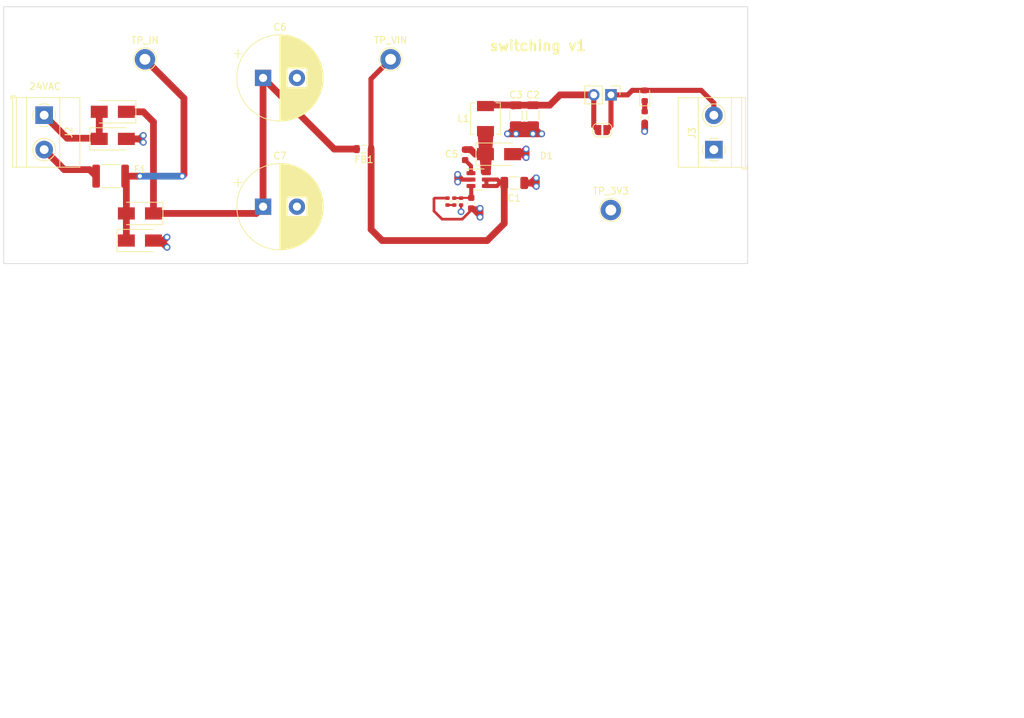
<source format=kicad_pcb>
(kicad_pcb (version 20211014) (generator pcbnew)
  (layers (0 "F.Cu" signal) (1 "In1.Cu" power) (2 "In2.Cu" power) (31 "B.Cu" signal) (34 "B.Paste" user) (35 "F.Paste" user) (36 "B.SilkS" user "B.Silkscreen") (37 "F.SilkS" user "F.Silkscreen") (38 "B.Mask" user) (39 "F.Mask" user) (44 "Edge.Cuts" user))
  (net 0 "")
  (net 1 "GND")
  (net 2 "Net-(C6-Pad1)")
  (net 3 "Net-(D2-Pad1)")
  (net 4 "Net-(D4-Pad1)")
  (net 5 "Net-(D6-Pad1)")
  (net 6 "+3.3V")
  (net 7 "Net-(F1-Pad1)")
  (net 8 "Net-(R11-Pad1)")
  (net 9 "/FB")
  (net 10 "/BST")
  (net 11 "/LX")
  (net 12 "Net-(C1-Pad1)")
  (net 13 "Net-(J1-Pad1)")
  (footprint "MountingHole:MountingHole_3.2mm_M3" (layer "F.Cu") (at 131 51)
    (fp_text reference "H4" hide)
    (fp_text value "MountingHole")
    (pad "" np_thru_hole circle (at 0 0) (size 3.2 3.2) (drill 3.2) (layers *.Cu *.Mask))
  )
  (footprint "Capacitor_SMD:C_1206_3216Metric" (layer "F.Cu") (at 101.75 73)
    (fp_text reference "C1" (at 0 2.25) (layer "F.SilkS"))
    (fp_text value "10u")
    (pad "1" smd roundrect (at -1.475 0) (size 1.15 1.8) (layers "F.Cu" "F.Paste" "F.Mask") (roundrect_rratio 0.217391) (net 12 "Net-(C1-Pad1)"))
    (pad "2" smd roundrect (at 1.475 0) (size 1.15 1.8) (layers "F.Cu" "F.Paste" "F.Mask") (roundrect_rratio 0.217391) (net 1 "GND"))
  )
  (footprint "TestPoint:TestPoint_Loop_D2.60mm_Drill1.6mm_Beaded" (layer "F.Cu") (at 83.5 54.75)
    (fp_text reference "TP3" hide)
    (fp_text value "TP_VIN" (at 0 -2.8) (layer "F.SilkS"))
    (pad "1" thru_hole circle (at 0 0) (size 3 3) (drill 1.6) (layers *.Cu *.Mask) (net 12 "Net-(C1-Pad1)"))
  )
  (footprint "Resistor_SMD:R_0402_1005Metric" (layer "F.Cu") (at 91.9 75.75 90)
    (fp_text reference "R11" hide)
    (fp_text value "100")
    (pad "1" smd roundrect (at -0.51 0 90) (size 0.54 0.64) (layers "F.Cu" "F.Paste" "F.Mask") (net 8 "Net-(R11-Pad1)"))
    (pad "2" smd roundrect (at 0.51 0 90) (size 0.54 0.64) (layers "F.Cu" "F.Paste" "F.Mask") (net 6 "+3.3V"))
  )
  (footprint "Diode_SMD:D_SMA" (layer "F.Cu") (at 46.5 77.5 180)
    (fp_text reference "D3" hide)
    (fp_text value "SS210")
    (pad "1" smd rect (at -2 0 180) (size 2.5 1.8) (layers "F.Cu" "F.Paste" "F.Mask") (net 2 "Net-(C6-Pad1)"))
    (pad "2" smd rect (at 2 0 180) (size 2.5 1.8) (layers "F.Cu" "F.Paste" "F.Mask") (net 3 "Net-(D2-Pad1)"))
  )
  (footprint "TerminalBlock_Phoenix:TerminalBlock_Phoenix_MKDS-1,5-2-5.08_1x02_P5.08mm_Horizontal" (layer "F.Cu") (at 131.205 68.09 90)
    (fp_text reference "J3" (at 2.445 -3.205 90) (layer "F.SilkS"))
    (fp_text value "3V3")
    (pad "1" thru_hole rect (at 0 0 90) (size 2.6 2.6) (drill 1.3) (layers *.Cu *.Mask) (net 1 "GND"))
    (pad "2" thru_hole circle (at 5.08 0 90) (size 2.6 2.6) (drill 1.3) (layers *.Cu *.Mask) (net 13 "Net-(J1-Pad1)"))
  )
  (footprint "Jumper:SolderJumper-2_P1.3mm_Open_RoundedPad1.0x1.5mm" (layer "F.Cu") (at 114.75 65.2)
    (fp_text reference "JP1" hide)
    (fp_text value "CURRENTJUMP")
    (pad "1" smd custom (at -0.65 0) (size 1 0.5) (layers "F.Cu" "F.Mask") (net 6 "+3.3V") (options (clearance outline) (anchor rect)) (primitives (gr_circle (center 0 0.25) (end 0.5 0.25) (width 0) (fill yes)) (gr_circle (center 0 -0.25) (end 0.5 -0.25) (width 0) (fill yes)) (gr_poly (pts (xy 0.5 0.75) (xy 0 0.75) (xy 0 -0.75) (xy 0.5 -0.75)) (width 0) (fill yes))))
    (pad "2" smd custom (at 0.65 0) (size 1 0.5) (layers "F.Cu" "F.Mask") (net 13 "Net-(J1-Pad1)") (options (clearance outline) (anchor rect)) (primitives (gr_circle (center 0 0.25) (end 0.5 0.25) (width 0) (fill yes)) (gr_circle (center 0 -0.25) (end 0.5 -0.25) (width 0) (fill yes)) (gr_poly (pts (xy 0 0.75) (xy -0.5 0.75) (xy -0.5 -0.75) (xy 0 -0.75)) (width 0) (fill yes))))
  )
  (footprint "Diode_SMD:D_SMA" (layer "F.Cu") (at 46.5 81.5)
    (fp_text reference "D2" hide)
    (fp_text value "SS210")
    (pad "1" smd rect (at -2 0) (size 2.5 1.8) (layers "F.Cu" "F.Paste" "F.Mask") (net 3 "Net-(D2-Pad1)"))
    (pad "2" smd rect (at 2 0) (size 2.5 1.8) (layers "F.Cu" "F.Paste" "F.Mask") (net 1 "GND"))
  )
  (footprint "Capacitor_SMD:C_1206_3216Metric" (layer "F.Cu") (at 102 63 -90)
    (fp_text reference "C3" (at -3 0 180) (layer "F.SilkS"))
    (fp_text value "47u")
    (pad "1" smd roundrect (at -1.475 0 270) (size 1.15 1.8) (layers "F.Cu" "F.Paste" "F.Mask") (roundrect_rratio 0.217391) (net 6 "+3.3V"))
    (pad "2" smd roundrect (at 1.475 0 270) (size 1.15 1.8) (layers "F.Cu" "F.Paste" "F.Mask") (roundrect_rratio 0.217391) (net 1 "GND"))
  )
  (footprint "MountingHole:MountingHole_3.2mm_M3" (layer "F.Cu") (at 31 51)
    (fp_text reference "H2" hide)
    (fp_text value "MountingHole")
    (pad "" np_thru_hole circle (at 0 0) (size 3.2 3.2) (drill 3.2) (layers *.Cu *.Mask))
  )
  (footprint "TerminalBlock_Phoenix:TerminalBlock_Phoenix_MKDS-1,5-2-5.08_1x02_P5.08mm_Horizontal" (layer "F.Cu") (at 32.371041 63 -90)
    (fp_text reference "J2" (at 2.54 -3.628959 90) (layer "F.SilkS"))
    (fp_text value "24VAC" (at -4.25 -0.128959 180) (layer "F.SilkS"))
    (pad "1" thru_hole rect (at 0 0 270) (size 2.6 2.6) (drill 1.3) (layers *.Cu *.Mask) (net 4 "Net-(D4-Pad1)"))
    (pad "2" thru_hole circle (at 5.08 0 270) (size 2.6 2.6) (drill 1.3) (layers *.Cu *.Mask) (net 7 "Net-(F1-Pad1)"))
  )
  (footprint "Capacitor_SMD:C_0603_1608Metric" (layer "F.Cu") (at 94.5 68.85 90)
    (fp_text reference "C5" (at 0.1 -2 180) (layer "F.SilkS"))
    (fp_text value "15nF")
    (pad "1" smd roundrect (at -0.775 0 90) (size 0.9 0.95) (layers "F.Cu" "F.Paste" "F.Mask") (net 10 "/BST"))
    (pad "2" smd roundrect (at 0.775 0 90) (size 0.9 0.95) (layers "F.Cu" "F.Paste" "F.Mask") (net 11 "/LX"))
  )
  (footprint "switching:L_Sunlord_MWSA0402_4.4x4.2mm" (layer "F.Cu") (at 97.5 63.5 90)
    (fp_text reference "L1" (at 0 -3.25 180) (layer "F.SilkS"))
    (fp_text value "4.7u")
    (pad "1" smd rect (at -1.85 0 90) (size 1.5 2.5) (layers "F.Cu" "F.Paste" "F.Mask") (net 11 "/LX"))
    (pad "2" smd rect (at 1.85 0 90) (size 1.5 2.5) (layers "F.Cu" "F.Paste" "F.Mask") (net 6 "+3.3V"))
  )
  (footprint "Resistor_SMD:R_0402_1005Metric" (layer "F.Cu") (at 93.9 75.75 -90)
    (fp_text reference "R2" hide)
    (fp_text value "470")
    (pad "1" smd roundrect (at -0.51 0 270) (size 0.54 0.64) (layers "F.Cu" "F.Paste" "F.Mask") (net 9 "/FB"))
    (pad "2" smd roundrect (at 0.51 0 270) (size 0.54 0.64) (layers "F.Cu" "F.Paste" "F.Mask") (net 1 "GND"))
  )
  (footprint "TestPoint:TestPoint_Loop_D2.60mm_Drill1.6mm_Beaded" (layer "F.Cu") (at 116 77)
    (fp_text reference "TP4" hide)
    (fp_text value "TP_3V3" (at 0 -2.8) (layer "F.SilkS"))
    (pad "1" thru_hole circle (at 0 0) (size 3 3) (drill 1.6) (layers *.Cu *.Mask) (net 6 "+3.3V"))
  )
  (footprint "Diode_SMD:D_SMA" (layer "F.Cu") (at 42.5 62.5 180)
    (fp_text reference "D5" hide)
    (fp_text value "SS210")
    (pad "1" smd rect (at -2 0 180) (size 2.5 1.8) (layers "F.Cu" "F.Paste" "F.Mask") (net 2 "Net-(C6-Pad1)"))
    (pad "2" smd rect (at 2 0 180) (size 2.5 1.8) (layers "F.Cu" "F.Paste" "F.Mask") (net 4 "Net-(D4-Pad1)"))
  )
  (footprint "Resistor_SMD:R_0402_1005Metric" (layer "F.Cu") (at 92.9 75.75 -90)
    (fp_text reference "R12" hide)
    (fp_text value "1k5")
    (pad "1" smd roundrect (at -0.51 0 270) (size 0.54 0.64) (layers "F.Cu" "F.Paste" "F.Mask") (net 9 "/FB"))
    (pad "2" smd roundrect (at 0.51 0 270) (size 0.54 0.64) (layers "F.Cu" "F.Paste" "F.Mask") (net 8 "Net-(R11-Pad1)"))
  )
  (footprint "Diode_SMD:D_SMA" (layer "F.Cu") (at 42.5 66.5)
    (fp_text reference "D4" hide)
    (fp_text value "SS210")
    (pad "1" smd rect (at -2 0) (size 2.5 1.8) (layers "F.Cu" "F.Paste" "F.Mask") (net 4 "Net-(D4-Pad1)"))
    (pad "2" smd rect (at 2 0) (size 2.5 1.8) (layers "F.Cu" "F.Paste" "F.Mask") (net 1 "GND"))
  )
  (footprint "TestPoint:TestPoint_Loop_D2.60mm_Drill1.6mm_Beaded" (layer "F.Cu") (at 47.25 54.75)
    (fp_text reference "TP2" hide)
    (fp_text value "TP_IN" (at 0 -2.8) (layer "F.SilkS"))
    (pad "1" thru_hole circle (at 0 0) (size 3 3) (drill 1.6) (layers *.Cu *.Mask) (net 3 "Net-(D2-Pad1)"))
  )
  (footprint "Capacitor_THT:CP_Radial_D12.5mm_P5.00mm" (layer "F.Cu") (at 64.676041 76.5)
    (fp_text reference "C7" (at 2.5 -7.5) (layer "F.SilkS"))
    (fp_text value "470uF 50V")
    (pad "1" thru_hole rect (at 0 0) (size 2.4 2.4) (drill 1.2) (layers *.Cu *.Mask) (net 2 "Net-(C6-Pad1)"))
    (pad "2" thru_hole circle (at 5 0) (size 2.4 2.4) (drill 1.2) (layers *.Cu *.Mask) (net 1 "GND"))
  )
  (footprint "Diode_SMD:D_SMA" (layer "F.Cu") (at 99.5 68.75)
    (fp_text reference "D1" (at 7 0.25) (layer "F.SilkS"))
    (fp_text value "SS210")
    (pad "1" smd rect (at -2 0) (size 2.5 1.8) (layers "F.Cu" "F.Paste" "F.Mask") (net 11 "/LX"))
    (pad "2" smd rect (at 2 0) (size 2.5 1.8) (layers "F.Cu" "F.Paste" "F.Mask") (net 1 "GND"))
  )
  (footprint "Connector_PinHeader_2.54mm:PinHeader_1x02_P2.54mm_Vertical" (layer "F.Cu") (at 116.025 60 -90)
    (fp_text reference "J1" hide)
    (fp_text value "CURRENT")
    (pad "1" thru_hole rect (at 0 0 270) (size 1.7 1.7) (drill 1) (layers *.Cu *.Mask) (net 13 "Net-(J1-Pad1)"))
    (pad "2" thru_hole oval (at 0 2.54 270) (size 1.7 1.7) (drill 1) (layers *.Cu *.Mask) (net 6 "+3.3V"))
  )
  (footprint "LED_SMD:LED_0603_1608Metric" (layer "F.Cu") (at 121 60.125 90)
    (fp_text reference "D6" hide)
    (fp_text value "3V3POWER")
    (pad "1" smd roundrect (at -0.7875 0 90) (size 0.875 0.95) (layers "F.Cu" "F.Paste" "F.Mask") (net 5 "Net-(D6-Pad1)"))
    (pad "2" smd roundrect (at 0.7875 0 90) (size 0.875 0.95) (layers "F.Cu" "F.Paste" "F.Mask") (net 13 "Net-(J1-Pad1)"))
  )
  (footprint "Fuse:Fuse_1812_4532Metric" (layer "F.Cu") (at 42.176041 72)
    (fp_text reference "F1" (at 4.323959 -1) (layer "F.SilkS"))
    (fp_text value "140mA hold / 340mA trip mSMD014")
    (pad "1" smd roundrect (at -2.1375 0) (size 1.125 3.4) (layers "F.Cu" "F.Paste" "F.Mask") (roundrect_rratio 0.222222) (net 7 "Net-(F1-Pad1)"))
    (pad "2" smd roundrect (at 2.1375 0) (size 1.125 3.4) (layers "F.Cu" "F.Paste" "F.Mask") (roundrect_rratio 0.222222) (net 3 "Net-(D2-Pad1)"))
  )
  (footprint "MountingHole:MountingHole_3.2mm_M3" (layer "F.Cu") (at 131 81)
    (fp_text reference "H1" hide)
    (fp_text value "MountingHole")
    (pad "" np_thru_hole circle (at 0 0) (size 3.2 3.2) (drill 3.2) (layers *.Cu *.Mask))
  )
  (footprint "Inductor_SMD:L_0805_2012Metric" (layer "F.Cu") (at 79.5625 68 180)
    (fp_text reference "FB1" (at 0 -1.55) (layer "F.SilkS"))
    (fp_text value "600@100MHz")
    (pad "1" smd roundrect (at -1.0625 0 180) (size 0.875 1.2) (layers "F.Cu" "F.Paste" "F.Mask") (net 12 "Net-(C1-Pad1)"))
    (pad "2" smd roundrect (at 1.0625 0 180) (size 0.875 1.2) (layers "F.Cu" "F.Paste" "F.Mask") (net 2 "Net-(C6-Pad1)"))
  )
  (footprint "Resistor_SMD:R_0603_1608Metric" (layer "F.Cu") (at 121 63.3 90)
    (fp_text reference "R1" hide)
    (fp_text value "1k")
    (pad "1" smd roundrect (at -0.825 0 90) (size 0.8 0.95) (layers "F.Cu" "F.Paste" "F.Mask") (net 1 "GND"))
    (pad "2" smd roundrect (at 0.825 0 90) (size 0.8 0.95) (layers "F.Cu" "F.Paste" "F.Mask") (net 5 "Net-(D6-Pad1)"))
  )
  (footprint "Capacitor_SMD:C_0603_1608Metric" (layer "F.Cu") (at 95.4 75.975 90)
    (fp_text reference "C4" hide)
    (fp_text value "0.1u 25v")
    (pad "1" smd roundrect (at -0.775 0 90) (size 0.9 0.95) (layers "F.Cu" "F.Paste" "F.Mask") (net 6 "+3.3V"))
    (pad "2" smd roundrect (at 0.775 0 90) (size 0.9 0.95) (layers "F.Cu" "F.Paste" "F.Mask") (net 9 "/FB"))
  )
  (footprint "Capacitor_SMD:C_1206_3216Metric" (layer "F.Cu") (at 104.5 63 -90)
    (fp_text reference "C2" (at -3 0 180) (layer "F.SilkS"))
    (fp_text value "47u")
    (pad "1" smd roundrect (at -1.475 0 270) (size 1.15 1.8) (layers "F.Cu" "F.Paste" "F.Mask") (roundrect_rratio 0.217391) (net 6 "+3.3V"))
    (pad "2" smd roundrect (at 1.475 0 270) (size 1.15 1.8) (layers "F.Cu" "F.Paste" "F.Mask") (roundrect_rratio 0.217391) (net 1 "GND"))
  )
  (footprint "Package_TO_SOT_SMD:SOT-23-6" (layer "F.Cu") (at 96.5 72.5)
    (fp_text reference "U1" hide)
    (fp_text value "BD9G101G")
    (pad "1" smd roundrect (at -1.1375 -0.95) (size 1.325 0.6) (layers "F.Cu" "F.Paste" "F.Mask") (net 10 "/BST"))
    (pad "2" smd roundrect (at -1.1375 0) (size 1.325 0.6) (layers "F.Cu" "F.Paste" "F.Mask") (net 1 "GND"))
    (pad "3" smd roundrect (at -1.1375 0.95) (size 1.325 0.6) (layers "F.Cu" "F.Paste" "F.Mask") (net 9 "/FB"))
    (pad "4" smd roundrect (at 1.1375 0.95) (size 1.325 0.6) (layers "F.Cu" "F.Paste" "F.Mask") (net 12 "Net-(C1-Pad1)"))
    (pad "5" smd roundrect (at 1.1375 0) (size 1.325 0.6) (layers "F.Cu" "F.Paste" "F.Mask") (net 12 "Net-(C1-Pad1)"))
    (pad "6" smd roundrect (at 1.1375 -0.95) (size 1.325 0.6) (layers "F.Cu" "F.Paste" "F.Mask") (net 11 "/LX"))
  )
  (footprint "Capacitor_THT:CP_Radial_D12.5mm_P5.00mm" (layer "F.Cu") (at 64.676041 57.5)
    (fp_text reference "C6" (at 2.5 -7.5) (layer "F.SilkS"))
    (fp_text value "470uF 50V")
    (pad "1" thru_hole rect (at 0 0) (size 2.4 2.4) (drill 1.2) (layers *.Cu *.Mask) (net 2 "Net-(C6-Pad1)"))
    (pad "2" thru_hole circle (at 5 0) (size 2.4 2.4) (drill 1.2) (layers *.Cu *.Mask) (net 1 "GND"))
  )
  (footprint "MountingHole:MountingHole_3.2mm_M3" (layer "F.Cu") (at 31 81)
    (fp_text reference "H3" hide)
    (fp_text value "MountingHole")
    (pad "" np_thru_hole circle (at 0 0) (size 3.2 3.2) (drill 3.2) (layers *.Cu *.Mask))
  )
  (gr_rect (start 26.4 47) (end 136.2 84.9) (layer "Edge.Cuts") (width 0.1) (fill none))
  (gr_text "switching v1" (at 105.25 52.75) (layer "F.SilkS") (effects (font (size 1.5 1.5) (thickness 0.3))))
  (segment (start 103 68.75) (end 103.5 69.25) (width 1) (layer "F.Cu") (net 1))
  (segment (start 104.525 64.475) (end 105.8 65.75) (width 0.6) (layer "F.Cu") (net 1))
  (segment (start 101.5 68.75) (end 102.75 68.75) (width 1) (layer "F.Cu") (net 1))
  (segment (start 103.225 64.475) (end 104.5 65.75) (width 1) (layer "F.Cu") (net 1))
  (segment (start 48.5 81.5) (end 49.5 81.5) (width 1) (layer "F.Cu") (net 1))
  (segment (start 46.5 66.5) (end 47 66) (width 1) (layer "F.Cu") (net 1))
  (segment (start 100.75 65.75) (end 105.8 65.75) (width 1) (layer "F.Cu") (net 1))
  (segment (start 50 81.5) (end 50.5 81) (width 1) (layer "F.Cu") (net 1))
  (segment (start 104.5 64.475) (end 104.5 65.75) (width 1) (layer "F.Cu") (net 1))
  (segment (start 103.225 73) (end 104.25 73) (width 1) (layer "F.Cu") (net 1))
  (segment (start 101.5 68.75) (end 103 68.75) (width 1) (layer "F.Cu") (net 1))
  (segment (start 104.25 73) (end 105 72.25) (width 1) (layer "F.Cu") (net 1))
  (segment (start 102.75 68.75) (end 103.5 68) (width 1) (layer "F.Cu") (net 1))
  (segment (start 48.5 81.5) (end 50 81.5) (width 1) (layer "F.Cu") (net 1))
  (segment (start 100.75 65.75) (end 100.75 65.725) (width 0.6) (layer "F.Cu") (net 1))
  (segment (start 100.75 65.725) (end 102 64.475) (width 0.6) (layer "F.Cu") (net 1))
  (segment (start 93.4 71.75) (end 94.15 72.5) (width 0.6) (layer "F.Cu") (net 1))
  (segment (start 44.5 66.5) (end 46.5 66.5) (width 1) (layer "F.Cu") (net 1))
  (segment (start 93.4 71.75) (end 93.4 72.85) (width 1) (layer "F.Cu") (net 1))
  (segment (start 104.5 64.475) (end 104.525 64.475) (width 0.6) (layer "F.Cu") (net 1))
  (segment (start 93.4 72.85) (end 93.75 72.5) (width 0.6) (layer "F.Cu") (net 1))
  (segment (start 46.5 66.5) (end 47 67) (width 1) (layer "F.Cu") (net 1))
  (segment (start 102 64.475) (end 102 65.75) (width 1) (layer "F.Cu") (net 1))
  (segment (start 121 64.125) (end 121 65.4) (width 1) (layer "F.Cu") (net 1))
  (segment (start 103.225 73) (end 104.5 73) (width 1) (layer "F.Cu") (net 1))
  (segment (start 93.75 72.5) (end 95.3625 72.5) (width 0.6) (layer "F.Cu") (net 1))
  (segment (start 94.15 72.5) (end 95.3625 72.5) (width 0.6) (layer "F.Cu") (net 1))
  (segment (start 102 64.475) (end 103.225 64.475) (width 1) (layer "F.Cu") (net 1))
  (segment (start 103.275 64.475) (end 102 65.75) (width 1) (layer "F.Cu") (net 1))
  (segment (start 104.5 64.475) (end 103.275 64.475) (width 1) (layer "F.Cu") (net 1))
  (segment (start 103.5 68) (end 103.5 69.25) (width 1) (layer "F.Cu") (net 1))
  (segment (start 49.5 81.5) (end 50.5 82.5) (width 1) (layer "F.Cu") (net 1))
  (segment (start 104.5 73) (end 105 73.5) (width 1) (layer "F.Cu") (net 1))
  (segment (start 93.9 76.26) (end 93.9 77.25) (width 0.3) (layer "F.Cu") (net 1))
  (segment (start 105 72.25) (end 105 73.5) (width 1) (layer "F.Cu") (net 1))
  (via (at 93.4 71.75) (size 1) (drill 0.6) (layers "F.Cu" "B.Cu") (net 1))
  (via (at 50.5 82.5) (size 1) (drill 0.6) (layers "F.Cu" "B.Cu") (net 1))
  (via (at 93.9 77.25) (size 1) (drill 0.6) (layers "F.Cu" "B.Cu") (net 1))
  (via (at 47 66) (size 1) (drill 0.6) (layers "F.Cu" "B.Cu") (net 1))
  (via (at 102 65.75) (size 1) (drill 0.6) (layers "F.Cu" "B.Cu") (net 1))
  (via (at 93.4 72.85) (size 1) (drill 0.6) (layers "F.Cu" "B.Cu") (net 1))
  (via (at 103.5 68) (size 1) (drill 0.6) (layers "F.Cu" "B.Cu") (net 1))
  (via (at 105 72.25) (size 1) (drill 0.6) (layers "F.Cu" "B.Cu") (net 1))
  (via (at 50.5 81) (size 1) (drill 0.6) (layers "F.Cu" "B.Cu") (net 1))
  (via (at 104.5 65.75) (size 1) (drill 0.6) (layers "F.Cu" "B.Cu") (net 1))
  (via (at 103.5 69.25) (size 1) (drill 0.6) (layers "F.Cu" "B.Cu") (net 1))
  (via (at 47 67) (size 1) (drill 0.6) (layers "F.Cu" "B.Cu") (net 1))
  (via (at 100.75 65.75) (size 1) (drill 0.6) (layers "F.Cu" "B.Cu") (net 1))
  (via (at 105 73.5) (size 1) (drill 0.6) (layers "F.Cu" "B.Cu") (net 1))
  (via (at 121 65.4) (size 1) (drill 0.6) (layers "F.Cu" "B.Cu") (net 1))
  (via (at 105.8 65.75) (size 1) (drill 0.6) (layers "F.Cu" "B.Cu") (net 1))
  (segment (start 44.5 62.5) (end 47 62.5) (width 1) (layer "F.Cu") (net 2))
  (segment (start 48.5 77.5) (end 63.676041 77.5) (width 1) (layer "F.Cu") (net 2))
  (segment (start 47 62.5) (end 48.5 64) (width 1) (layer "F.Cu") (net 2))
  (segment (start 75.176041 68) (end 78.5 68) (width 1) (layer "F.Cu") (net 2))
  (segment (start 48.5 64) (end 48.5 77.5) (width 1) (layer "F.Cu") (net 2))
  (segment (start 64.676041 76.5) (end 64.676041 57.5) (width 1) (layer "F.Cu") (net 2))
  (segment (start 63.676041 77.5) (end 64.676041 76.5) (width 1) (layer "F.Cu") (net 2))
  (segment (start 64.676041 57.5) (end 75.176041 68) (width 1) (layer "F.Cu") (net 2))
  (segment (start 44.5 77.5) (end 44.5 72.186459) (width 1) (layer "F.Cu") (net 3))
  (segment (start 53 71.75) (end 53 60.5) (width 1) (layer "F.Cu") (net 3))
  (segment (start 53 60.5) (end 47.25 54.75) (width 1) (layer "F.Cu") (net 3))
  (segment (start 52.75 72) (end 53 71.75) (width 1) (layer "F.Cu") (net 3))
  (segment (start 44.5 72.186459) (end 44.313541 72) (width 1) (layer "F.Cu") (net 3))
  (segment (start 44.5 81.5) (end 44.5 77.5) (width 1) (layer "F.Cu") (net 3))
  (segment (start 44.313541 72) (end 46.5 72) (width 1) (layer "F.Cu") (net 3))
  (via (at 46.5 72) (size 1) (drill 0.6) (layers "F.Cu" "B.Cu") (net 3))
  (via (at 52.75 72) (size 1) (drill 0.6) (layers "F.Cu" "B.Cu") (net 3))
  (segment (start 46.5 72) (end 52.75 72) (width 1) (layer "B.Cu") (net 3))
  (segment (start 35.771041 66.4) (end 40.4 66.4) (width 1) (layer "F.Cu") (net 4))
  (segment (start 40.4 66.4) (end 40.5 66.5) (width 1) (layer "F.Cu") (net 4))
  (segment (start 40.5 66.5) (end 40.5 62.5) (width 1) (layer "F.Cu") (net 4))
  (segment (start 32.371041 63) (end 35.771041 66.4) (width 1) (layer "F.Cu") (net 4))
  (segment (start 121 60.9125) (end 121 62.475) (width 0.75) (layer "F.Cu") (net 5))
  (segment (start 104.5 61.525) (end 106.975 61.525) (width 1) (layer "F.Cu") (net 6))
  (segment (start 95.4 77.022793) (end 94.072793 78.35) (width 0.4) (layer "F.Cu") (net 6))
  (segment (start 89.9 75.35) (end 90.01 75.24) (width 0.4) (layer "F.Cu") (net 6))
  (segment (start 101.475 61.5) (end 101.625 61.65) (width 1) (layer "F.Cu") (net 6))
  (segment (start 108.5 60) (end 113.485 60) (width 1) (layer "F.Cu") (net 6))
  (segment (start 96.7 78.05) (end 96.7 76.75) (width 1) (layer "F.Cu") (net 6))
  (segment (start 94.072793 78.35) (end 91.1 78.35) (width 0.4) (layer "F.Cu") (net 6))
  (segment (start 89.9 77.15) (end 89.9 75.35) (width 0.4) (layer "F.Cu") (net 6))
  (segment (start 106.975 61.525) (end 108.5 60) (width 1) (layer "F.Cu") (net 6))
  (segment (start 95.4 76.75) (end 95.4 77.022793) (width 0.4) (layer "F.Cu") (net 6))
  (segment (start 102 61.525) (end 104.5 61.525) (width 1) (layer "F.Cu") (net 6))
  (segment (start 95.4 76.75) (end 96.7 78.05) (width 0.6) (layer "F.Cu") (net 6))
  (segment (start 90.01 75.24) (end 91.9 75.24) (width 0.4) (layer "F.Cu") (net 6))
  (segment (start 91.1 78.35) (end 89.9 77.15) (width 0.4) (layer "F.Cu") (net 6))
  (segment (start 97.65 61.5) (end 101.475 61.5) (width 1) (layer "F.Cu") (net 6))
  (segment (start 95.4 76.75) (end 96.7 76.75) (width 0.6) (layer "F.Cu") (net 6))
  (segment (start 97.5 61.65) (end 97.65 61.5) (width 1) (layer "F.Cu") (net 6))
  (segment (start 113.485 60) (end 113.485 64.585) (width 0.75) (layer "F.Cu") (net 6))
  (segment (start 113.485 64.585) (end 114.1 65.2) (width 0.75) (layer "F.Cu") (net 6))
  (via (at 96.7 76.75) (size 1) (drill 0.6) (layers "F.Cu" "B.Cu") (net 6))
  (via (at 96.7 78.05) (size 1) (drill 0.6) (layers "F.Cu" "B.Cu") (net 6))
  (segment (start 35.326041 71.035) (end 39.073541 71.035) (width 1) (layer "F.Cu") (net 7))
  (segment (start 39.073541 71.035) (end 40.038541 72) (width 1) (layer "F.Cu") (net 7))
  (segment (start 32.371041 68.08) (end 35.326041 71.035) (width 1) (layer "F.Cu") (net 7))
  (segment (start 92.9 76.26) (end 91.9 76.26) (width 0.3) (layer "F.Cu") (net 8))
  (segment (start 92.9 75.24) (end 93.9 75.24) (width 0.3) (layer "F.Cu") (net 9))
  (segment (start 93.94 75.2) (end 93.9 75.24) (width 0.3) (layer "F.Cu") (net 9))
  (segment (start 95.4 73.4875) (end 95.3625 73.45) (width 0.6) (layer "F.Cu") (net 9))
  (segment (start 95.4 75.2) (end 93.94 75.2) (width 0.3) (layer "F.Cu") (net 9))
  (segment (start 95.4 75.2) (end 95.4 73.4875) (width 0.6) (layer "F.Cu") (net 9))
  (segment (start 95.3625 70.4875) (end 94.5 69.625) (width 0.6) (layer "F.Cu") (net 10))
  (segment (start 95.3625 71.55) (end 95.3625 70.4875) (width 0.6) (layer "F.Cu") (net 10))
  (segment (start 94.5 68.075) (end 95.325 68.075) (width 1) (layer "F.Cu") (net 11))
  (segment (start 96 68.75) (end 97.5 68.75) (width 1) (layer "F.Cu") (net 11))
  (segment (start 95.325 68.075) (end 96 68.75) (width 1) (layer "F.Cu") (net 11))
  (segment (start 80.625 68) (end 80.6 67.975) (width 0.75) (layer "F.Cu") (net 12))
  (segment (start 99.75 73) (end 99.25 72.5) (width 0.6) (layer "F.Cu") (net 12))
  (segment (start 99.2 73.45) (end 97.6375 73.45) (width 0.6) (layer "F.Cu") (net 12))
  (segment (start 99.25 72.5) (end 97.6375 72.5) (width 0.6) (layer "F.Cu") (net 12))
  (segment (start 80.625 79.875) (end 80.625 68) (width 1) (layer "F.Cu") (net 12))
  (segment (start 100.275 73) (end 100.275 78.975) (width 1) (layer "F.Cu") (net 12))
  (segment (start 80.6 57.65) (end 83.5 54.75) (width 0.75) (layer "F.Cu") (net 12))
  (segment (start 97.6375 73.45) (end 97.6375 72.5) (width 0.6) (layer "F.Cu") (net 12))
  (segment (start 100.275 78.975) (end 97.75 81.5) (width 1) (layer "F.Cu") (net 12))
  (segment (start 99.65 73) (end 99.2 73.45) (width 0.6) (layer "F.Cu") (net 12))
  (segment (start 80.6 67.975) (end 80.6 57.65) (width 0.75) (layer "F.Cu") (net 12))
  (segment (start 97.75 81.5) (end 82.25 81.5) (width 1) (layer "F.Cu") (net 12))
  (segment (start 82.25 81.5) (end 80.625 79.875) (width 1) (layer "F.Cu") (net 12))
  (segment (start 129.3375 59.3375) (end 131.205 61.205) (width 0.75) (layer "F.Cu") (net 13))
  (segment (start 119.1625 59.3375) (end 121 59.3375) (width 0.75) (layer "F.Cu") (net 13))
  (segment (start 116.025 60) (end 118.5 60) (width 0.75) (layer "F.Cu") (net 13))
  (segment (start 116.025 64.575) (end 116.025 60) (width 0.75) (layer "F.Cu") (net 13))
  (segment (start 131.205 61.205) (end 131.205 63.01) (width 0.75) (layer "F.Cu") (net 13))
  (segment (start 115.4 65.2) (end 116.025 64.575) (width 0.75) (layer "F.Cu") (net 13))
  (segment (start 118.5 60) (end 119.1625 59.3375) (width 0.75) (layer "F.Cu") (net 13))
  (segment (start 121 59.3375) (end 129.3375 59.3375) (width 0.75) (layer "F.Cu") (net 13))
  (zone (net 11) (net_name "/LX") (layer "F.Cu") (connect_pads yes (clearance 0.508)) (min_thickness 0.254) (fill yes (thermal_gap 0.508) (thermal_bridge_width 0.508))
    (polygon (pts (xy 98.25 71.85) (xy 97 71.85) (xy 96.9 72.3) (xy 96.25 64.7) (xy 98.75 64.7)))
  )
)
</source>
